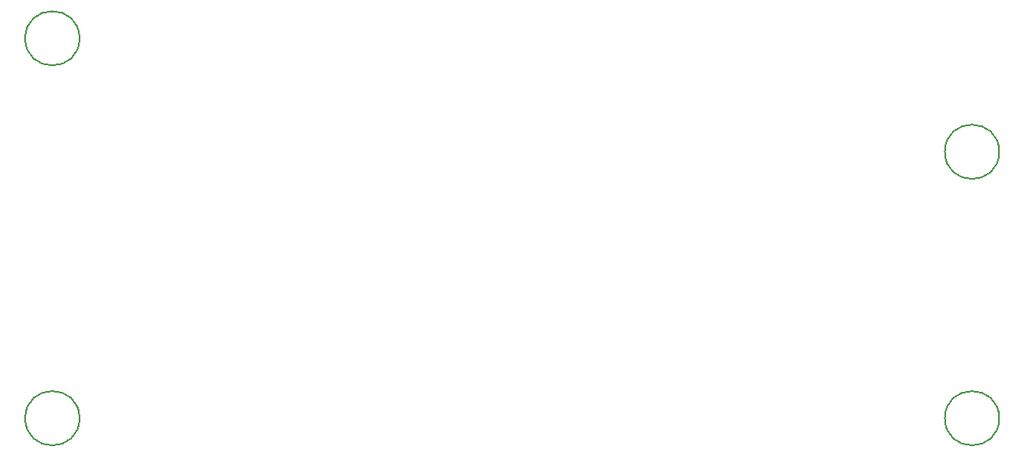
<source format=gbr>
G04 #@! TF.GenerationSoftware,KiCad,Pcbnew,(6.0.8-1)-1*
G04 #@! TF.CreationDate,2022-10-18T17:53:05-07:00*
G04 #@! TF.ProjectId,CRMHJN_capable_carrier,43524d48-4a4e-45f6-9361-7061626c655f,rev?*
G04 #@! TF.SameCoordinates,Original*
G04 #@! TF.FileFunction,Other,Comment*
%FSLAX46Y46*%
G04 Gerber Fmt 4.6, Leading zero omitted, Abs format (unit mm)*
G04 Created by KiCad (PCBNEW (6.0.8-1)-1) date 2022-10-18 17:53:05*
%MOMM*%
%LPD*%
G01*
G04 APERTURE LIST*
%ADD10C,0.150000*%
G04 APERTURE END LIST*
D10*
G04 #@! TO.C,H4*
X110250000Y-62500000D02*
G75*
G03*
X110250000Y-62500000I-2750000J0D01*
G01*
G04 #@! TO.C,H2*
X110250000Y-35500000D02*
G75*
G03*
X110250000Y-35500000I-2750000J0D01*
G01*
G04 #@! TO.C,H3*
X17250000Y-24000000D02*
G75*
G03*
X17250000Y-24000000I-2750000J0D01*
G01*
G04 #@! TO.C,H1*
X17250000Y-62500000D02*
G75*
G03*
X17250000Y-62500000I-2750000J0D01*
G01*
G04 #@! TD*
M02*

</source>
